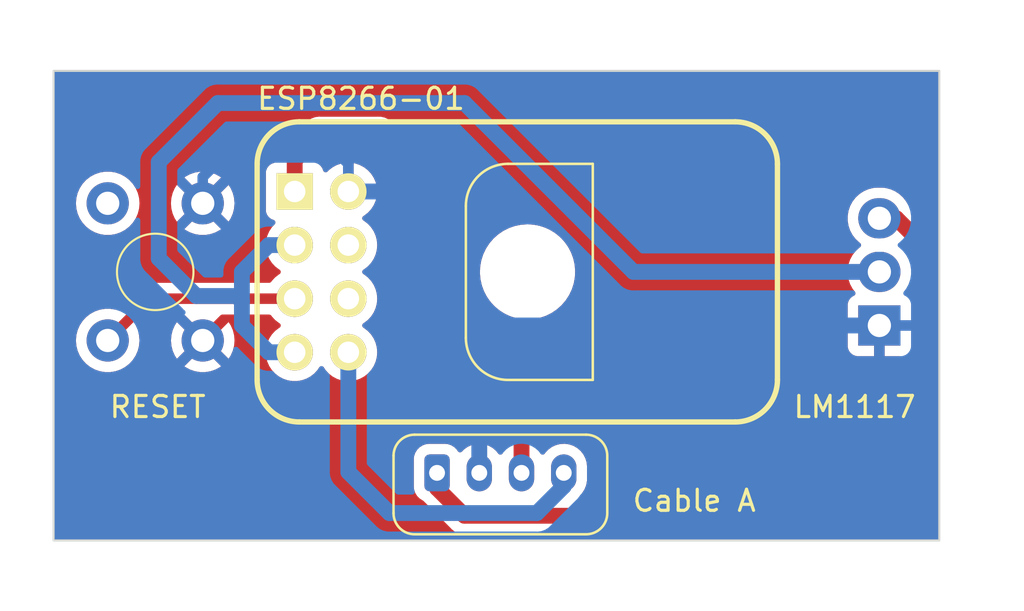
<source format=kicad_pcb>
(kicad_pcb (version 20221018) (generator pcbnew)
  (layers (0 "F.Cu" signal) (31 "B.Cu" signal) (34 "B.Paste" user) (35 "F.Paste" user) (36 "B.SilkS" user "B.Silkscreen") (37 "F.SilkS" user "F.Silkscreen") (38 "B.Mask" user) (39 "F.Mask" user) (44 "Edge.Cuts" user))
  (net 0 "")
  (net 1 "Earth")
  (net 2 "+5V")
  (net 5 "ardR_espT")
  (net 6 "ardT_espR")
  (net 7 "+3.3V")
  (net 8 "Net-(S1-PIN1)")
  (footprint "Simpler_Footprints:TO-220-3_Horizontal_TabDown_Simple" (layer "F.Cu") (at 129.88 48.895 90)
    (fp_text reference "U4" hide)
    (fp_text value "LM1117T-3.3" hide)
    (fp_line (start -2.58 -17.58) (end -2.58 -13.57) (stroke (width 0.12)) (layer "F.SilkS"))
    (fp_line (start -2.58 -13.57) (end 7.66 -13.57) (stroke (width 0.12)) (layer "F.SilkS"))
    (fp_line (start -0.58 -19.58) (end 5.66 -19.58) (stroke (width 0.12)) (layer "F.SilkS"))
    (fp_line (start 7.66 -17.58) (end 7.66 -13.57) (stroke (width 0.12)) (layer "F.SilkS"))
    (fp_arc (start -2.58 -17.58) (mid -1.994214 -18.994214) (end -0.58 -19.58) (stroke (width 0.12)) (layer "F.SilkS"))
    (fp_arc (start 5.66 -19.58) (mid 7.074214 -18.994214) (end 7.66 -17.58) (stroke (width 0.12)) (layer "F.SilkS"))
    (pad "" np_thru_hole oval (at 2.54 -16.66 90) (size 3.5 3.5) (drill 3.5) (layers "*.Cu" "*.Mask"))
    (pad "1" thru_hole rect (at 0 0 90) (size 1.905 2) (drill 1.1) (layers "*.Cu" "*.Mask") (net 1 "Earth"))
    (pad "2" thru_hole oval (at 2.54 0 90) (size 1.905 2) (drill 1.1) (layers "*.Cu" "*.Mask") (net 7 "+3.3V"))
    (pad "3" thru_hole oval (at 5.08 0 90) (size 1.905 2) (drill 1.1) (layers "*.Cu" "*.Mask") (net 2 "+5V"))
  )
  (footprint "Simpler_Footprints:SW_PUSH_6mm_h5mm_Simple" (layer "F.Cu") (at 93.34 49.605 90)
    (fp_text reference "S1" hide)
    (fp_text value "RESET" hide)
    (fp_circle (center 3.25 2.25) (end 4.57 1.01) (stroke (width 0.1)) (fill none) (layer "F.SilkS"))
    (pad "1" thru_hole circle (at 0 0 180) (size 2 2) (drill 1.1) (layers "*.Cu" "*.Mask") (net 8 "Net-(S1-PIN1)"))
    (pad "1" thru_hole circle (at 6.5 0 180) (size 2 2) (drill 1.1) (layers "*.Cu" "*.Mask") (net 8 "Net-(S1-PIN1)"))
    (pad "2" thru_hole circle (at 0 4.5 180) (size 2 2) (drill 1.1) (layers "*.Cu" "*.Mask") (net 1 "Earth"))
    (pad "2" thru_hole circle (at 6.5 4.5 180) (size 2 2) (drill 1.1) (layers "*.Cu" "*.Mask") (net 1 "Earth"))
  )
  (footprint "Simpler_Footprints:ESP-01_Simple" (layer "F.Cu") (at 102.194 42.545)
    (fp_text reference "U3" hide)
    (fp_text value "ESP-01v090" hide)
    (fp_line (start -1.778 8.922) (end -1.778 -1.302) (stroke (width 0.254)) (layer "F.SilkS"))
    (fp_line (start 0.222 -3.302) (end 20.86 -3.302) (stroke (width 0.254)) (layer "F.SilkS"))
    (fp_line (start 20.86 10.922) (end 0.222 10.922) (stroke (width 0.254)) (layer "F.SilkS"))
    (fp_line (start 22.86 -1.302) (end 22.86 8.922) (stroke (width 0.254)) (layer "F.SilkS"))
    (fp_arc (start -1.778 -1.302) (mid -1.192214 -2.716214) (end 0.222 -3.302) (stroke (width 0.254)) (layer "F.SilkS"))
    (fp_arc (start 0.222 10.922) (mid -1.192214 10.336214) (end -1.778 8.922) (stroke (width 0.254)) (layer "F.SilkS"))
    (fp_arc (start 20.86 -3.302) (mid 22.274214 -2.716214) (end 22.86 -1.302) (stroke (width 0.254)) (layer "F.SilkS"))
    (fp_arc (start 22.86 8.922) (mid 22.274214 10.336214) (end 20.86 10.922) (stroke (width 0.254)) (layer "F.SilkS"))
    (pad "1" thru_hole rect (at 0 0) (size 1.7272 1.7272) (drill 1.016) (layers "*.Cu" "*.Mask" "F.SilkS") (net 5 "ardR_espT"))
    (pad "2" thru_hole oval (at 2.54 0) (size 1.7272 1.7272) (drill 1.016) (layers "*.Cu" "*.Mask" "F.SilkS") (net 1 "Earth"))
    (pad "3" thru_hole oval (at 0 2.54) (size 1.7272 1.7272) (drill 1.016) (layers "*.Cu" "*.Mask" "F.SilkS") (net 7 "+3.3V"))
    (pad "4" thru_hole oval (at 2.54 2.54) (size 1.7272 1.7272) (drill 1.016) (layers "*.Cu" "*.Mask" "F.SilkS"))
    (pad "5" thru_hole oval (at 0 5.08) (size 1.7272 1.7272) (drill 1.016) (layers "*.Cu" "*.Mask" "F.SilkS") (net 8 "Net-(S1-PIN1)"))
    (pad "6" thru_hole oval (at 2.54 5.08) (size 1.7272 1.7272) (drill 1.016) (layers "*.Cu" "*.Mask" "F.SilkS"))
    (pad "7" thru_hole oval (at 0 7.62) (size 1.7272 1.7272) (drill 1.016) (layers "*.Cu" "*.Mask" "F.SilkS") (net 7 "+3.3V"))
    (pad "8" thru_hole oval (at 2.54 7.62) (size 1.7272 1.7272) (drill 1.016) (layers "*.Cu" "*.Mask" "F.SilkS") (net 6 "ardT_espR"))
  )
  (footprint "Simpler_Footprints:JST_PH_B4B-PH-K_1x04_P2.00mm_Vertical_Simple" (layer "F.Cu") (at 108.935 55.88)
    (fp_text reference "J4" hide)
    (fp_text value "Conn_01x04_Socket" hide)
    (fp_line (start -2.06 -0.81) (end -2.06 1.91) (stroke (width 0.12)) (layer "F.SilkS"))
    (fp_line (start -1.06 2.91) (end 7.06 2.91) (stroke (width 0.12)) (layer "F.SilkS"))
    (fp_line (start 7.06 -1.81) (end -1.06 -1.81) (stroke (width 0.12)) (layer "F.SilkS"))
    (fp_line (start 8.06 1.91) (end 8.06 -0.81) (stroke (width 0.12)) (layer "F.SilkS"))
    (fp_arc (start -2.06 -0.81) (mid -1.767107 -1.517107) (end -1.06 -1.81) (stroke (width 0.12)) (layer "F.SilkS"))
    (fp_arc (start -1.06 2.91) (mid -1.767107 2.617107) (end -2.06 1.91) (stroke (width 0.12)) (layer "F.SilkS"))
    (fp_arc (start 7.06 -1.81) (mid 7.767107 -1.517107) (end 8.06 -0.81) (stroke (width 0.12)) (layer "F.SilkS"))
    (fp_arc (start 8.06 1.91) (mid 7.767107 2.617107) (end 7.06 2.91) (stroke (width 0.12)) (layer "F.SilkS"))
    (pad "1" thru_hole roundrect (at 0 0) (size 1.2 1.75) (drill 0.75) (layers "*.Cu" "*.Mask") (roundrect_rratio 0.2083333333) (net 2 "+5V"))
    (pad "2" thru_hole oval (at 2 0) (size 1.2 1.75) (drill 0.75) (layers "*.Cu" "*.Mask") (net 1 "Earth"))
    (pad "3" thru_hole oval (at 4 0) (size 1.2 1.75) (drill 0.75) (layers "*.Cu" "*.Mask") (net 5 "ardR_espT"))
    (pad "4" thru_hole oval (at 6 0) (size 1.2 1.75) (drill 0.75) (layers "*.Cu" "*.Mask") (net 6 "ardT_espR"))
  )
  (gr_rect (start 90.7796 36.83) (end 132.715 59.0804) (stroke (width 0.1)) (fill none) (layer "Edge.Cuts"))
  (gr_text "ESP8266-01" (at 100.33 38.735) (layer "F.SilkS") (effects (font (size 1 1)) (justify left bottom)))
  (gr_text "Cable A" (at 118.11 57.785) (layer "F.SilkS") (effects (font (size 1 1)) (justify left bottom)))
  (gr_text "LM1117" (at 125.73 53.34) (layer "F.SilkS") (effects (font (size 1 1)) (justify left bottom)))
  (gr_text "RESET" (at 93.345 53.34) (layer "F.SilkS") (effects (font (size 1 1)) (justify left bottom)))
  (segment (start 111.125 48.895) (end 109.855 48.895) (width 0.75) (layer "B.Cu") (net 1))
  (segment (start 99.695 40.005) (end 103.505 40.005) (width 0.5) (layer "B.Cu") (net 1))
  (segment (start 110.935 55.88) (end 110.935 49.085) (width 0.75) (layer "B.Cu") (net 1))
  (segment (start 129.88 48.895) (end 111.125 48.895) (width 0.75) (layer "B.Cu") (net 1))
  (segment (start 104.734 41.234) (end 104.734 42.545) (width 0.5) (layer "B.Cu") (net 1))
  (segment (start 97.84 41.86) (end 99.695 40.005) (width 0.5) (layer "B.Cu") (net 1))
  (segment (start 110.935 49.085) (end 111.125 48.895) (width 0.75) (layer "B.Cu") (net 1))
  (segment (start 109.855 48.895) (end 108.585 47.625) (width 0.75) (layer "B.Cu") (net 1))
  (segment (start 108.585 43.18) (end 107.95 42.545) (width 0.75) (layer "B.Cu") (net 1))
  (segment (start 108.585 47.625) (end 108.585 43.18) (width 0.75) (layer "B.Cu") (net 1))
  (segment (start 103.505 40.005) (end 104.734 41.234) (width 0.5) (layer "B.Cu") (net 1))
  (segment (start 107.95 42.545) (end 104.734 42.545) (width 0.75) (layer "B.Cu") (net 1))
  (segment (start 97.84 43.105) (end 97.84 41.86) (width 0.5) (layer "B.Cu") (net 1))
  (segment (start 108.935 56.611) (end 110.236 57.912) (width 0.75) (layer "F.Cu") (net 2))
  (segment (start 131.826 44.958) (end 130.683 43.815) (width 0.75) (layer "F.Cu") (net 2))
  (segment (start 130.683 43.815) (end 129.88 43.815) (width 0.75) (layer "F.Cu") (net 2))
  (segment (start 108.935 55.88) (end 108.935 56.611) (width 0.75) (layer "F.Cu") (net 2))
  (segment (start 110.236 57.912) (end 129.54 57.912) (width 0.75) (layer "F.Cu") (net 2))
  (segment (start 129.54 57.912) (end 131.826 55.626) (width 0.75) (layer "F.Cu") (net 2))
  (segment (start 131.826 55.626) (end 131.826 44.958) (width 0.75) (layer "F.Cu") (net 2))
  (segment (start 112.935 53.6735) (end 112.935 55.88) (width 0.75) (layer "F.Cu") (net 5))
  (segment (start 102.194 41.062) (end 103.378 39.878) (width 0.75) (layer "F.Cu") (net 5))
  (segment (start 102.194 42.545) (end 102.194 41.062) (width 0.75) (layer "F.Cu") (net 5))
  (segment (start 107.696 48.4345) (end 112.935 53.6735) (width 0.75) (layer "F.Cu") (net 5))
  (segment (start 103.378 39.878) (end 106.172 39.878) (width 0.75) (layer "F.Cu") (net 5))
  (segment (start 106.172 39.878) (end 107.696 41.402) (width 0.75) (layer "F.Cu") (net 5))
  (segment (start 107.696 41.402) (end 107.696 48.4345) (width 0.75) (layer "F.Cu") (net 5))
  (segment (start 106.68 57.785) (end 113.665 57.785) (width 0.75) (layer "B.Cu") (net 6))
  (segment (start 114.935 56.515) (end 114.935 55.88) (width 0.75) (layer "B.Cu") (net 6))
  (segment (start 104.734 55.839) (end 106.68 57.785) (width 0.75) (layer "B.Cu") (net 6))
  (segment (start 104.734 50.165) (end 104.734 55.839) (width 0.75) (layer "B.Cu") (net 6))
  (segment (start 113.665 57.785) (end 114.935 56.515) (width 0.75) (layer "B.Cu") (net 6))
  (segment (start 99.695 47.752) (end 99.695 48.895) (width 0.75) (layer "B.Cu") (net 7))
  (segment (start 99.441 47.498) (end 99.695 47.752) (width 0.75) (layer "B.Cu") (net 7))
  (segment (start 95.758 45.72) (end 97.536 47.498) (width 0.75) (layer "B.Cu") (net 7))
  (segment (start 102.194 45.085) (end 100.965 45.085) (width 0.75) (layer "B.Cu") (net 7))
  (segment (start 129.88 46.355) (end 118.237 46.355) (width 0.75) (layer "B.Cu") (net 7))
  (segment (start 99.695 46.355) (end 99.695 47.752) (width 0.75) (layer "B.Cu") (net 7))
  (segment (start 99.695 48.895) (end 100.965 50.165) (width 0.75) (layer "B.Cu") (net 7))
  (segment (start 100.965 45.085) (end 99.695 46.355) (width 0.75) (layer "B.Cu") (net 7))
  (segment (start 97.536 47.498) (end 99.441 47.498) (width 0.75) (layer "B.Cu") (net 7))
  (segment (start 118.237 46.355) (end 110.236 38.354) (width 0.75) (layer "B.Cu") (net 7))
  (segment (start 95.758 41.147999) (end 95.758 45.72) (width 0.75) (layer "B.Cu") (net 7))
  (segment (start 110.236 38.354) (end 98.551999 38.354) (width 0.75) (layer "B.Cu") (net 7))
  (segment (start 100.965 50.165) (end 102.194 50.165) (width 0.75) (layer "B.Cu") (net 7))
  (segment (start 98.551999 38.354) (end 95.758 41.147999) (width 0.75) (layer "B.Cu") (net 7))
  (segment (start 93.34 49.605) (end 95.32 47.625) (width 0.5) (layer "F.Cu") (net 8))
  (segment (start 95.32 47.625) (end 102.194 47.625) (width 0.5) (layer "F.Cu") (net 8))
  (zone (net 1) (net_name "Earth") (layer "F.Cu") (connect_pads (clearance 0.5)) (min_thickness 0.25) (fill yes (thermal_gap 0.5) (thermal_bridge_width 0.5))
    (polygon (pts (xy 89.38 35.28) (xy 89.33 61.09) (xy 134.61 60.72) (xy 134.37 35.05)))
  )
  (zone (net 1) (net_name "Earth") (layer "B.Cu") (priority 1) (connect_pads (clearance 0.5)) (min_thickness 0.25) (fill yes (thermal_gap 0.5) (thermal_bridge_width 0.5))
    (polygon (pts (xy 88.24 33.74) (xy 88.3 62.45) (xy 136.73 61.84) (xy 135.84 33.47)))
  )
)
</source>
